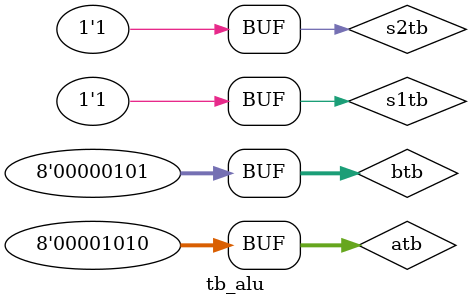
<source format=v>
`timescale 1ps/1ps
module tb_alu ();
    reg [7:0] atb;
    reg [7:0] btb;
    reg s1tb;
    reg s2tb;
    wire[15:0] ytb;

    alu duv(
        .a(atb),
        .b(btb),
        .s1(s1tb),
        .s2(s2tb),
        .y(ytb)
    );

    // Generate input randomly
    initial begin
        atb=8'b00001010;
        btb=8'b00000101;
        #1
        s1tb=0;
        s2tb=0;
        #2;
        atb=8'b00001010;
        btb=8'b00000101;
        s1tb=0;
        s2tb=1;
        #2;
        atb=8'b00001010;
        btb=8'b00000101;
        s1tb=1;
        s2tb=0;
        #2;
        atb=8'b00001010;
        btb=8'b00000101;
        s1tb=1;
        s2tb=1;
        #2;
    end

endmodule

</source>
